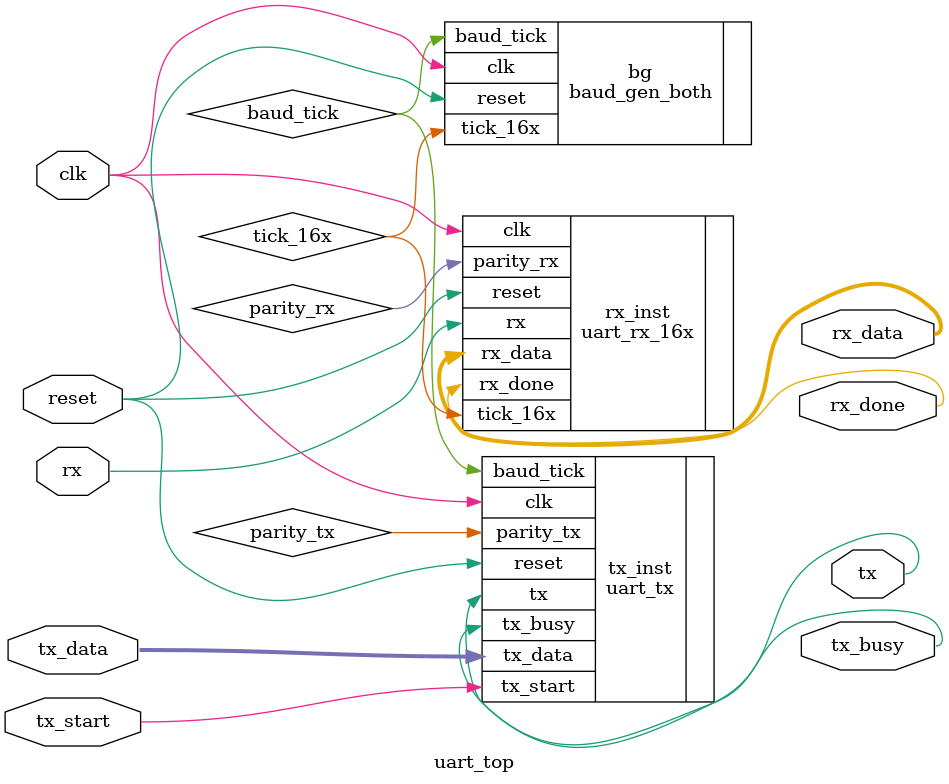
<source format=v>
module uart_top( 
    input  wire clk, 
    input  wire reset, 
    input  wire tx_start, 
    input  wire [7:0] tx_data, 
    output wire tx_busy, 
    input  wire rx,               
    output wire tx, 
    output wire [7:0] rx_data, 
    output wire rx_done 
); 
    wire parity_tx; 
    wire parity_rx; 
    wire baud_tick; 
    wire tick_16x;  
    reg [7:0] received_byte;    
    baud_gen_both bg ( 
        .clk(clk), 
        .reset(reset), 
        .baud_tick(baud_tick), 
        .tick_16x(tick_16x) 
    ); 
   uart_tx tx_inst ( 
        .clk(clk), 
        .reset(reset), 
        .baud_tick(baud_tick), 
        .tx_start(tx_start), 
        .tx_data(tx_data), 
        .tx(tx), 
        .tx_busy(tx_busy), 
        .parity_tx(parity_tx) 
    ); 
    uart_rx_16x rx_inst ( 
        .clk(clk), 
        .reset(reset), 
        .tick_16x(tick_16x), 
        .rx(rx), 
        .rx_data(rx_data), 
        .rx_done(rx_done), 
        .parity_rx(parity_rx) 
    ); 
 
endmodule
</source>
